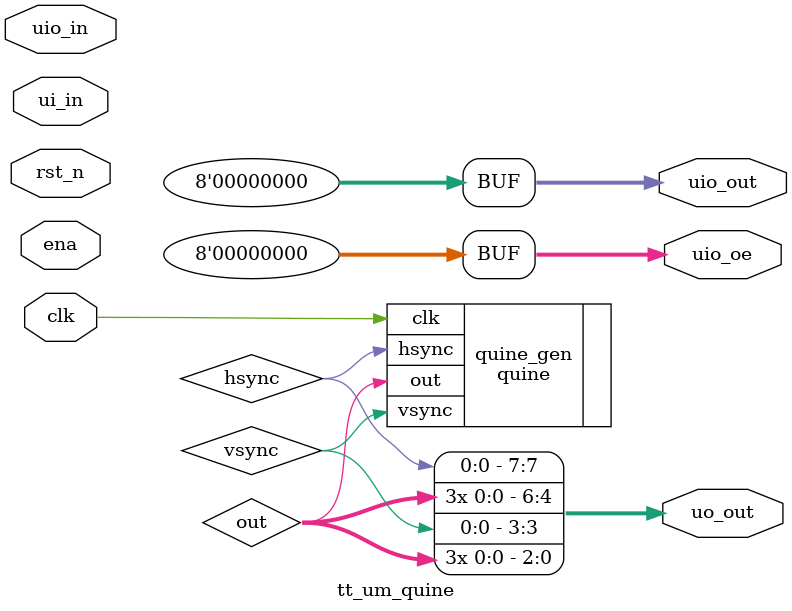
<source format=v>
`default_nettype none
module tt_um_quine(
  input  wire [7:0] ui_in,
  output wire [7:0] uo_out,
  input  wire [7:0] uio_in,
  output wire [7:0] uio_out,
  output wire [7:0] uio_oe,
  input  wire       ena,
  input  wire       clk,
  input  wire       rst_n
);
  assign uo_out = {hsync, out, out, out, vsync, out, out, out};
  wire _unused = &{ui_in, uio_in, ena, rst_n};
  assign {uio_out, uio_oe} = 0;
  wire hsync, vsync, out;
  quine quine_gen(
    .clk(clk),
    .hsync(hsync),
    .vsync(vsync),
    .out(out)
  );
endmodule

</source>
